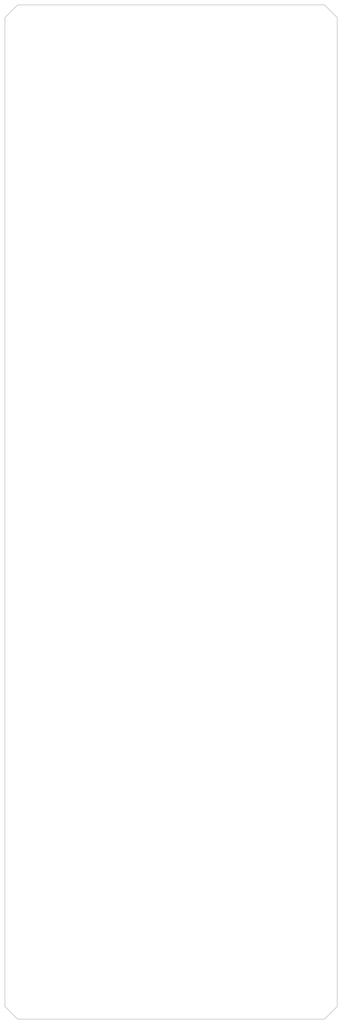
<source format=kicad_pcb>
(kicad_pcb (version 20211014) (generator pcbnew)

  (general
    (thickness 1.6062)
  )

  (paper "A4")
  (layers
    (0 "F.Cu" signal)
    (1 "In1.Cu" signal)
    (2 "In2.Cu" signal)
    (31 "B.Cu" signal)
    (32 "B.Adhes" user "B.Adhesive")
    (33 "F.Adhes" user "F.Adhesive")
    (34 "B.Paste" user)
    (35 "F.Paste" user)
    (36 "B.SilkS" user "B.Silkscreen")
    (37 "F.SilkS" user "F.Silkscreen")
    (38 "B.Mask" user)
    (39 "F.Mask" user)
    (40 "Dwgs.User" user "User.Drawings")
    (41 "Cmts.User" user "User.Comments")
    (42 "Eco1.User" user "User.Eco1")
    (43 "Eco2.User" user "User.Eco2")
    (44 "Edge.Cuts" user)
    (45 "Margin" user)
    (46 "B.CrtYd" user "B.Courtyard")
    (47 "F.CrtYd" user "F.Courtyard")
    (48 "B.Fab" user)
    (49 "F.Fab" user)
    (50 "User.1" user)
    (51 "User.2" user)
    (52 "User.3" user)
    (53 "User.4" user)
    (54 "User.5" user)
    (55 "User.6" user)
    (56 "User.7" user)
    (57 "User.8" user)
    (58 "User.9" user)
  )

  (setup
    (stackup
      (layer "F.SilkS" (type "Top Silk Screen") (color "White"))
      (layer "F.Paste" (type "Top Solder Paste"))
      (layer "F.Mask" (type "Top Solder Mask") (color "Black") (thickness 0.01))
      (layer "F.Cu" (type "copper") (thickness 0.035))
      (layer "dielectric 1" (type "prepreg") (thickness 0.2104) (material "FR4") (epsilon_r 4.5) (loss_tangent 0.02))
      (layer "In1.Cu" (type "copper") (thickness 0.0152))
      (layer "dielectric 2" (type "core") (thickness 1.065) (material "FR4") (epsilon_r 4.5) (loss_tangent 0.02))
      (layer "In2.Cu" (type "copper") (thickness 0.0152))
      (layer "dielectric 3" (type "prepreg") (thickness 0.2104) (material "FR4") (epsilon_r 4.5) (loss_tangent 0.02))
      (layer "B.Cu" (type "copper") (thickness 0.035))
      (layer "B.Mask" (type "Bottom Solder Mask") (color "Black") (thickness 0.01))
      (layer "B.Paste" (type "Bottom Solder Paste"))
      (layer "B.SilkS" (type "Bottom Silk Screen") (color "White"))
      (copper_finish "None")
      (dielectric_constraints no)
    )
    (pad_to_mask_clearance 0)
    (aux_axis_origin 126 51)
    (grid_origin 146 71)
    (pcbplotparams
      (layerselection 0x00010fc_ffffffff)
      (disableapertmacros false)
      (usegerberextensions false)
      (usegerberattributes true)
      (usegerberadvancedattributes true)
      (creategerberjobfile true)
      (svguseinch false)
      (svgprecision 6)
      (excludeedgelayer true)
      (plotframeref false)
      (viasonmask false)
      (mode 1)
      (useauxorigin false)
      (hpglpennumber 1)
      (hpglpenspeed 20)
      (hpglpendiameter 15.000000)
      (dxfpolygonmode true)
      (dxfimperialunits true)
      (dxfusepcbnewfont true)
      (psnegative false)
      (psa4output false)
      (plotreference true)
      (plotvalue true)
      (plotinvisibletext false)
      (sketchpadsonfab false)
      (subtractmaskfromsilk false)
      (outputformat 1)
      (mirror false)
      (drillshape 1)
      (scaleselection 1)
      (outputdirectory "")
    )
  )

  (net 0 "")

  (gr_poly
    (pts
      (xy 165.5 53)
      (xy 165.5 169)
      (xy 164 170.5)
      (xy 128 170.5)
      (xy 126.5 169)
      (xy 126.5 53)
      (xy 128 51.5)
      (xy 164 51.5)
    ) (layer "Edge.Cuts") (width 0.1) (fill none) (tstamp ae85af8d-0385-40e0-a15e-890a063431b3))
  (gr_circle (center 133.3 63.38) (end 133.3 62.11) (layer "User.1") (width 0.15) (fill none) (tstamp 002d9934-c8f6-4e33-bbc3-e9234f6189f4))
  (gr_circle (center 148.54 98.3) (end 149.81 98.3) (layer "User.1") (width 0.15) (fill none) (tstamp 01fcb317-5b01-4c40-9ebd-bfa753a1aaf7))
  (gr_circle (center 158.7 76.08) (end 158.7 74.81) (layer "User.1") (width 0.15) (fill none) (tstamp 023e83de-af62-4d05-a9a3-fa97a16d3291))
  (gr_circle (center 133.3 81.16) (end 133.3 79.89) (layer "User.1") (width 0.15) (fill none) (tstamp 028b0f3f-9b95-415f-9806-a2012f466759))
  (gr_circle (center 151.08 83.7) (end 152.35 83.7) (layer "User.1") (width 0.15) (fill none) (tstamp 04d8c0b9-fd28-4312-95c2-58e88c5ac9b0))
  (gr_circle (center 153.62 58.3) (end 154.89 58.3) (layer "User.1") (width 0.15) (fill none) (tstamp 076857b1-b885-4a0b-8db3-60dcff1d111c))
  (gr_rect (start 157.43 82.43) (end 159.97 59.57) (layer "User.1") (width 0.15) (fill none) (tstamp 07b1ed44-9a28-4334-8e8d-8bd4b53f5e8d))
  (gr_circle (center 146 58.3) (end 147.27 58.3) (layer "User.1") (width 0.15) (fill none) (tstamp 0a318eb1-a61a-42cf-b009-c5111886aae9))
  (gr_circle (center 151.08 138.3) (end 152.35 138.3) (layer "User.1") (width 0.15) (fill none) (tstamp 0b26210c-10da-49b0-b6ba-0deaa3ac969a))
  (gr_circle (center 146 98.3) (end 147.27 98.3) (layer "User.1") (width 0.15) (fill none) (tstamp 0e1b9992-1991-4200-b852-e6c142c03c22))
  (gr_circle (center 158.7 68.46) (end 158.7 67.19) (layer "User.1") (width 0.15) (fill none) (tstamp 0f080dfc-c990-4358-9955-cc56dfa127d9))
  (gr_circle (center 158.7 78.62) (end 158.7 77.35) (layer "User.1") (width 0.15) (fill none) (tstamp 0fa87829-a054-48e5-9f01-293522c3a902))
  (gr_circle (center 146 83.7) (end 147.27 83.7) (layer "User.1") (width 0.15) (fill none) (tstamp 149e3321-4867-4c96-932a-aa4b94134f02))
  (gr_circle (center 133.3 113.54) (end 133.3 112.27) (layer "User.1") (width 0.15) (fill none) (tstamp 1927e8f7-d5b7-4775-a413-4feba3d32daf))
  (gr_circle (center 133.3 158.62) (end 133.3 157.35) (layer "User.1") (width 0.15) (fill none) (tstamp 1a7032c8-efcb-4cc6-b884-c5aec6b45a52))
  (gr_circle (center 158.7 65.92) (end 158.7 64.65) (layer "User.1") (width 0.15) (fill none) (tstamp 1cce4635-2dc7-4081-841c-9950002cf8f4))
  (gr_circle (center 158.7 158.62) (end 158.7 157.35) (layer "User.1") (width 0.15) (fill none) (tstamp 1d3156e4-6f93-4e48-99ab-baf95c0cd233))
  (gr_circle (center 158.7 140.84) (end 158.7 139.57) (layer "User.1") (width 0.15) (fill none) (tstamp 1df3532c-2a29-489b-a2b8-fe6517737b2a))
  (gr_circle (center 138.38 83.7) (end 139.65 83.7) (layer "User.1") (width 0.15) (fill none) (tstamp 2078dde6-d398-4942-9624-11a7540c015e))
  (gr_circle (center 133.3 145.92) (end 133.3 144.65) (layer "User.1") (width 0.15) (fill none) (tstamp 222fa9f9-d1ff-460e-8d72-35ebeeebc3ff))
  (gr_circle (center 158.7 145.92) (end 158.7 144.65) (layer "User.1") (width 0.15) (fill none) (tstamp 24531c32-f560-44b7-bd2b-854a91c5035c))
  (gr_circle (center 158.7 81.16) (end 158.7 79.89) (layer "User.1") (width 0.15) (fill none) (tstamp 2876169e-b1c0-4fe0-9f2f-692cd4336b6b))
  (gr_circle (center 143.46 163.7) (end 144.73 163.7) (layer "User.1") (width 0.15) (fill none) (tstamp 2a6147c7-e0f7-4536-be2a-c47a3e468b6f))
  (gr_circle (center 133.3 156.08) (end 133.3 154.81) (layer "User.1") (width 0.15) (fill none) (tstamp 2cf0fd2f-c2f0-4df6-8a21-1d4c3bd97181))
  (gr_circle (center 151.08 163.7) (end 152.35 163.7) (layer "User.1") (width 0.15) (fill none) (tstamp 2d06fbf0-f12a-4875-888b-5ed99314b6f7))
  (gr_circle (center 133.3 100.84) (end 133.3 99.57) (layer "User.1") (width 0.15) (fill none) (tstamp 2df14e6f-70d3-4aef-8c36-73427fa48a03))
  (gr_circle (center 140.92 98.3) (end 142.19 98.3) (layer "User.1") (width 0.15) (fill none) (tstamp 2ed0a638-b1fc-442a-aaf4-ccaa308a28d4))
  (gr_circle (center 158.7 108.46) (end 158.7 107.19) (layer "User.1") (width 0.15) (fill none) (tstamp 305def08-3718-4934-bdea-2038a6f4d415))
  (gr_circle (center 153.62 98.3) (end 154.89 98.3) (layer "User.1") (width 0.15) (fill none) (tstamp 32d30690-6893-40b2-9065-b5ac7ae21573))
  (gr_circle (center 133.3 111) (end 133.3 109.73) (layer "User.1") (width 0.15) (fill none) (tstamp 335b0821-c55f-4d51-a346-de4e407fe1e0))
  (gr_circle (center 133.3 121.16) (end 133.3 119.89) (layer "User.1") (width 0.15) (fill none) (tstamp 35c43ec2-23e1-4e3d-ae42-35cdfeaf0349))
  (gr_circle (center 133.3 153.54) (end 133.3 152.27) (layer "User.1") (width 0.15) (fill none) (tstamp 373878bb-cb17-46d0-b95b-91db6f685a7c))
  (gr_circle (center 133.3 148.46) (end 133.3 147.19) (layer "User.1") (width 0.15) (fill none) (tstamp 38ab934b-0b25-4f1b-bfe3-be9a83c0dd38))
  (gr_circle (center 143.46 123.7) (end 144.73 123.7) (layer "User.1") (width 0.15) (fill none) (tstamp 3af6794c-0cc6-48ea-a3ae-101a67eeba25))
  (gr_circle (center 158.7 151) (end 158.7 149.73) (layer "User.1") (width 0.15) (fill none) (tstamp 435f1686-7205-4c85-9717-b12fe84c3fa1))
  (gr_circle (center 135.84 58.3) (end 137.11 58.3) (layer "User.1") (width 0.15) (fill none) (tstamp 44fa9f65-2477-41eb-bd00-685a78d765d1))
  (gr_circle (center 158.7 100.84) (end 158.7 99.57) (layer "User.1") (width 0.15) (fill none) (tstamp 4a01c662-0113-4f4f-8980-e377a16c15fb))
  (gr_circle (center 148.54 123.7) (end 149.81 123.7) (layer "User.1") (width 0.15) (fill none) (tstamp 4a26ddf4-8c2b-4182-9cd8-b1f5a342eb45))
  (gr_circle (center 158.7 121.16) (end 158.7 119.89) (layer "User.1") (width 0.15) (fill none) (tstamp 4a772c62-4492-48e1-9224-86d186687b87))
  (gr_circle (center 158.7 71) (end 158.7 69.73) (layer "User.1") (width 0.15) (fill none) (tstamp 4bbf8134-0015-49ac-9a22-521d8c5dcfe2))
  (gr_circle (center 148.54 138.3) (end 149.81 138.3) (layer "User.1") (width 0.15) (fill none) (tstamp 4f7e8f11-fb88-4063-880e-7db9250baeec))
  (gr_rect (start 134.57 162.43) (end 157.43 164.97) (layer "User.1") (width 0.15) (fill none) (tstamp 4f8f5f58-5aa1-4473-b7de-7ee0fa916aa1))
  (gr_circle (center 158.7 161.16) (end 158.7 159.89) (layer "User.1") (width 0.15) (fill none) (tstamp 504eb16d-9d6a-4114-9cf5-bf15aebcdfce))
  (gr_circle (center 138.38 163.7) (end 139.65 163.7) (layer "User.1") (width 0.15) (fill none) (tstamp 5064c975-dc57-4ebe-8f55-df218a22dbc8))
  (gr_circle (center 146 123.7) (end 147.27 123.7) (layer "User.1") (width 0.15) (fill none) (tstamp 52dff273-b57c-4bd9-b7ea-91e8609c6fd0))
  (gr_circle (center 158.7 63.38) (end 158.7 62.11) (layer "User.1") (width 0.15) (fill none) (tstamp 5badb200-b537-4b1f-bcd7-e268c39a42cb))
  (gr_circle (center 135.84 123.7) (end 137.11 123.7) (layer "User.1") (width 0.15) (fill none) (tstamp 5c0936bd-5304-427b-ba2f-dec9faded64c))
  (gr_circle (center 133.3 65.92) (end 133.3 64.65) (layer "User.1") (width 0.15) (fill none) (tstamp 5ece3abc-14df-4e17-aea3-74d7874b2172))
  (gr_circle (center 133.3 140.84) (end 133.3 139.57) (layer "User.1") (width 0.15) (fill none) (tstamp 6050dfcc-2122-4a07-baaa-2bba2f6b8306))
  (gr_circle (center 158.7 156.08) (end 158.7 154.81) (layer "User.1") (width 0.15) (fill none) (tstamp 649bcce4-c03b-4967-9ac1-d71d06e905a0))
  (gr_circle (center 148.54 83.7) (end 149.81 83.7) (layer "User.1") (width 0.15) (fill none) (tstamp 68da07ad-f184-46b8-81b5-0ab2e762cfa2))
  (gr_circle (center 140.92 58.3) (end 142.19 58.3) (layer "User.1") (width 0.15) (fill none) (tstamp 6affb22c-39ed-426b-b47f-6b5673049261))
  (gr_circle (center 133.3 76.08) (end 133.3 74.81) (layer "User.1") (width 0.15) (fill none) (tstamp 6cbe0dbf-de1b-4f78-a3bd-0e61028b2bd0))
  (gr_circle (center 133.3 108.46) (end 133.3 107.19) (layer "User.1") (width 0.15) (fill none) (tstamp 6cf199cf-d473-45e7-b5d9-64c9b6532f2f))
  (gr_circle (center 133.3 73.54) (end 133.3 72.27) (layer "User.1") (width 0.15) (fill none) (tstamp 7535a7f5-e263-48a8-9037-6f2fa1d8af9c))
  (gr_rect (start 134.57 97.03) (end 157.43 99.57) (layer "User.1") (width 0.15) (fill none) (tstamp 76c02e84-b8dd-469d-9edb-7f90ce60c5b2))
  (gr_circle (center 158.7 60.84) (end 158.7 59.57) (layer "User.1") (width 0.15) (fill none) (tstamp 7935eebc-b9ea-4d3b-8779-d785a97d723c))
  (gr_rect (start 134.57 57.03) (end 157.43 59.57) (layer "User.1") (width 0.15) (fill none) (tstamp 7cb26442-f4ad-44e3-9b68-d4cce9e4f608))
  (gr_circle (center 156.16 138.3) (end 157.43 138.3) (layer "User.1") (width 0.15) (fill none) (tstamp 7d3354c9-8c50-404c-ad26-63b19d699d54))
  (gr_circle (center 140.92 138.3) (end 142.19 138.3) (layer "User.1") (width 0.15) (fill none) (tstamp 7d8e08fc-123a-4e97-b83c-5e7a1b696f8c))
  (gr_circle (center 138.38 138.3) (end 139.65 138.3) (layer "User.1") (width 0.15) (fill none) (tstamp 7dd67131-d3bf-4832-a74b-1411e7473fac))
  (gr_circle (center 158.7 118.62) (end 158.7 117.35) (layer "User.1") (width 0.15) (fill none) (tstamp 7f65594f-35da-4ef5-a019-4ea62e590dbd))
  (gr_circle (center 133.3 151) (end 133.3 149.73) (layer "User.1") (width 0.15) (fill none) (tstamp 803ce9d1-2df5-4eb8-be23-89d642af0855))
  (gr_circle (center 133.3 103.38) (end 133.3 102.11) (layer "User.1") (width 0.15) (fill none) (tstamp 805eb3c2-752b-4d66-a23a-d6a673bb8ab8))
  (gr_circle (center 133.3 105.92) (end 133.3 104.65) (layer "User.1") (width 0.15) (fill none) (tstamp 81870592-36cb-4aaf-9b86-33dd4ec4c312))
  (gr_circle (center 158.7 148.46) (end 158.7 147.19) (layer "User.1") (width 0.15) (fill none) (tstamp 81d06890-c3d1-4234-94b6-6f9f49540b9e))
  (gr_circle (center 158.7 143.38) (end 158.7 142.11) (layer "User.1") (width 0.15) (fill none) (tstamp 8f063730-f4a8-4c7a-ace8-04b319e15b0b))
  (gr_rect (start 132.03 162.43) (end 134.57 139.57) (layer "User.1") (width 0.15) (fill none) (tstamp 8f9c6c51-37f9-4b5e-a899-3b62bd2f759f))
  (gr_rect (start 134.57 137.03) (end 157.43 139.57) (layer "User.1") (width 0.15) (fill none) (tstamp 92664f74-a286-4ae9-ac8d-4a5a073d4af4))
  (gr_circle (center 133.3 143.38) (end 133.3 142.11) (layer "User.1") (width 0.15) (fill none) (tstamp 956632ec-efd4-4de8-ba2e-abad2c31f7d1))
  (gr_circle (center 138.38 98.3) (end 139.65 98.3) (layer "User.1") (width 0.15) (fill none) (tstamp 9aaba86e-ce29-49d9-900e-3e9630e4e7d9))
  (gr_circle (center 156.16 83.7) (end 157.43 83.7) (layer "User.1") (width 0.15) (fill none) (tstamp 9be582bc-40ea-4803-bfa0-585998db1641))
  (gr_circle (center 135.84 138.3) (end 137.11 138.3) (layer "User.1") (width 0.15) (fill none) (tstamp 9ddefcdb-e23b-4f2c-8c16-c70394d9a604))
  (gr_circle (center 156.16 58.3) (end 157.43 58.3) (layer "User.1") (width 0.15) (fill none) (tstamp 9e8812a0-35e6-4a8e-8963-f33111361433))
  (gr_rect (start 157.43 122.43) (end 159.97 99.57) (layer "User.1") (width 0.15) (fill none) (tstamp a489e066-ff42-4f36-8422-e95dcfe2bad0))
  (gr_circle (center 158.7 73.54) (end 158.7 72.27) (layer "User.1") (width 0.15) (fill none) (tstamp a873b4ec-14ed-4f61-bb24-0bdc2f47ccc2))
  (gr_circle (center 135.84 163.7) (end 137.11 163.7) (layer "User.1") (width 0.15) (fill none) (tstamp aae7186f-7f02-4b7b-983f-dcb1bda69523))
  (gr_circle (center 140.92 163.7) (end 142.19 163.7) (layer "User.1") (width 0.15) (fill none) (tstamp b11f1ccb-1c76-4206-a464-a157e27d51aa))
  (gr_circle (center 140.92 123.7) (end 142.19 123.7) (layer "User.1") (width 0.15) (fill none) (tstamp b2e7d780-c72c-434f-a7a3-a549cc9b6ea2))
  (gr_circle (center 146 138.3) (end 147.27 138.3) (layer "User.1") (width 0.15) (fill none) (tstamp b4ef57d6-2281-4224-94e3-15f23f1d70ab))
  (gr_circle (center 151.08 123.7) (end 152.35 123.7) (layer "User.1") (width 0.15) (fill none) (tstamp ba51a0be-73db-4237-b3a0-2c55e01d994a))
  (gr_circle (center 133.3 68.46) (end 133.3 67.19) (layer "User.1") (width 0.15) (fill none) (tstamp bd0209be-e7ea-42a5-96b3-d808e4806df1))
  (gr_circle (center 135.84 98.3) (end 137.11 98.3) (layer "User.1") (width 0.15) (fill none) (tstamp bf8ee4a5-66a4-4af5-8c91-c97d383c1888))
  (gr_rect (start 132.03 82.43) (end 134.57 59.57) (layer "User.1") (width 0.15) (fill none) (tstamp c24d159b-5367-47b4-8355-4e8aa4aff730))
  (gr_circle (center 158.7 103.38) (end 158.7 102.11) (layer "User.1") (width 0.15) (fill none) (tstamp c63701e2-87c9-458c-bb0c-6abf22525995))
  (gr_circle (center 156.16 98.3) (end 157.43 98.3) (layer "User.1") (width 0.15) (fill none) (tstamp c72e3dd2-8443-4ba4-99fb-17cad6b0ff97))
  (gr_circle (center 133.3 71) (end 133.3 69.73) (layer "User.1") (width 0.15) (fill none) (tstamp c8472d16-18c1-4c53-a380-ba42c968dc4f))
  (gr_circle (center 158.7 116.08) (end 158.7 114.81) (layer "User.1") (width 0.15) (fill none) (tstamp cbca6088-799b-48bf-b298-cb70ef89203e))
  (gr_circle (center 140.92 83.7) (end 142.19 83.7) (layer "User.1") (width 0.15) (fill none) (tstamp cd7e8386-9233-4658-8804-b9f559c92d3a))
  (gr_circle (center 146 163.7) (end 147.27 163.7) (layer "User.1") (width 0.15) (fill none) (tstamp ce721b1c-54f4-4a82-b48d-a900f380d974))
  (gr_rect (start 134.57 82.43) (end 157.43 84.97) (layer "User.1") (width 0.15) (fill none) (tstamp cfdd9c0d-cd37-439a-909d-b8a2edd51242))
  (gr_circle (center 133.3 78.62) (end 133.3 77.35) (layer "User.1") (width 0.15) (fill none) (tstamp d05f3ed3-02e5-403a-b38e-46d4cc9c20c5))
  (gr_circle (center 143.46 138.3) (end 144.73 138.3) (layer "User.1") (width 0.15) (fill none) (tstamp d24ff043-407b-42c8-8296-3fca8d5f0f35))
  (gr_circle (center 156.16 123.7) (end 157.43 123.7) (layer "User.1") (width 0.15) (fill none) (tstamp d7593d5d-08e8-4843-b8be-95911e33988b))
  (gr_rect (start 134.57 122.43) (end 157.43 124.97) (layer "User.1") (width 0.15) (fill none) (tstamp d7950417-61bb-40bc-9166-f10117d3e63a))
  (gr_circle (center 133.3 161.16) (end 133.3 159.89) (layer "User.1") (width 0.15) (fill none) (tstamp d7ef6afe-84c2-412d-add9-2c79805a05d9))
  (gr_circle (center 151.08 58.3) (end 152.35 58.3) (layer "User.1") (width 0.15) (fill none) (tstamp d9a6595b-93c6-4120-9036-60ddaba5e740))
  (gr_circle (center 143.46 83.7) (end 144.73 83.7) (layer "User.1") (width 0.15) (fill none) (tstamp da0b77f4-2fe0-45a0-972c-c860bad039b8))
  (gr_circle (center 158.7 105.92) (end 158.7 104.65) (layer "User.1") (width 0.15) (fill none) (tstamp da11a8dd-4697-4add-9db9-dafc4c1da2c7))
  (gr_circle (center 133.3 118.62) (end 133.3 117.35) (layer "User.1") (width 0.15) (fill none) (tstamp dd90c149-9fd7-4c65-bf96-7fe431837f3e))
  (gr_circle (center 158.7 111) (end 158.7 109.73) (layer "User.1") (width 0.15) (fill none) (tstamp df259311-2c0c-451f-98ad-4784b244c7f0))
  (gr_circle (center 158.7 113.54) (end 158.7 112.27) (layer "User.1") (width 0.15) (fill none) (tstamp e2015bc5-1655-4c83-86a1-7f11661bbfe7))
  (gr_circle (center 133.3 60.84) (end 133.3 59.57) (layer "User.1") (width 0.15) (fill none) (tstamp e415ddc3-c0dc-4555-9b92-4db24d3eff2a))
  (gr_circle (center 133.3 116.08) (end 133.3 114.81) (layer "User.1") (width 0.15) (fill none) (tstamp e53a7e4c-4be8-4f2a-951b-d0aabd0d66d0))
  (gr_circle (center 153.62 138.3) (end 154.89 138.3) (layer "User.1") (width 0.15) (fill none) (tstamp e845a7c5-6f65-4671-846d-603445aec4be))
  (gr_circle (center 143.46 58.3) (end 144.73 58.3) (layer "User.1") (width 0.15) (fill none) (tstamp e88a8610-76d0-4116-8deb-41226f89eed9))
  (gr_circle (center 138.38 58.3) (end 139.65 58.3) (layer "User.1") (width 0.15) (fill none) (tstamp ea411cba-c717-419a-b472-28a0a978c8f5))
  (gr_circle (center 148.54 58.3) (end 149.81 58.3) (layer "User.1") (width 0.15) (fill none) (tstamp ee2f96be-c55e-4f5c-bf83-f64f42267ff8))
  (gr_circle (center 138.38 123.7) (end 139.65 123.7) (layer "User.1") (width 0.15) (fill none) (tstamp f0f5cb0d-6ca6-464a-8e2a-b8b6d92990a4))
  (gr_circle (center 156.16 163.7) (end 157.43 163.7) (layer "User.1") (width 0.15) (fill none) (tstamp f1478a82-a6e4-4651-89d7-246e365420c5))
  (gr_circle (center 135.84 83.7) (end 137.11 83.7) (layer "User.1") (width 0.15) (fill none) (tstamp f26cffa6-7cc2-4003-abc4-95d98abc5125))
  (gr_circle (center 143.46 98.3) (end 144.73 98.3) (layer "User.1") (width 0.15) (fill none) (tstamp f4a80ebb-1fe2-45f5-bc62-54113f6a059d))
  (gr_circle (center 153.62 83.7) (end 154.89 83.7) (layer "User.1") (width 0.15) (fill none) (tstamp f8065909-de93-43f0-8e29-9be17bb14eaf))
  (gr_rect (start 132.03 122.43) (end 134.57 99.57) (layer "User.1") (width 0.15) (fill none) (tstamp f8565309-92b7-42c9-bba0-2b83730e0c4a))
  (gr_circle (center 153.62 123.7) (end 154.89 123.7) (layer "User.1") (width 0.15) (fill none) (tstamp f9815c9f-4cd8-4763-ae6d-c78e11b9f26f))
  (gr_circle (center 158.7 153.54) (end 158.7 152.27) (layer "User.1") (width 0.15) (fill none) (tstamp f9b9d399-3212-47fe-baea-916b073f3d81))
  (gr_circle (center 153.62 163.7) (end 154.89 163.7) (layer "User.1") (width 0.15) (fill none) (tstamp fb6f165c-19dd-4002-b8ef-f26ccdee0a57))
  (gr_circle (center 151.08 98.3) (end 152.35 98.3) (layer "User.1") (width 0.15) (fill none) (tstamp fb881089-e0ea-4396-a05a-bc7c0bfa2967))
  (gr_rect (start 157.43 162.43) (end 159.97 139.57) (layer "User.1") (width 0.15) (fill none) (tstamp fcd401e8-1fc9-448d-aef7-3755da48b370))
  (gr_circle (center 148.54 163.7) (end 149.81 163.7) (layer "User.1") (width 0.15) (fill none) (tstamp fd3b6fb4-1de0-48ab-b659-f11b924c07e7))
  (gr_rect (start 126 51) (end 166 91) (layer "User.8") (width 0.15) (fill none) (tstamp 1c83bd42-0034-452f-984c-359e4b56b0ac))
  (gr_rect (start 126 131) (end 166 171) (layer "User.8") (width 0.15) (fill none) (tstamp bfacbf38-1cc2-43c4-aa33-98699178426f))
  (gr_rect (start 126 91) (end 166 131) (layer "User.8") (width 0.15) (fill none) (tstamp f8a9e49a-790d-45d6-9c74-7af5034f9820))
  (gr_text "SCL" (at 148.54 55.061428 270) (layer "User.1") (tstamp 00d84f7f-e019-43ee-a6f7-42af0584c70b)
    (effects (font (size 1.5 1) (thickness 0.2)))
  )
  (gr_text "GPIO" (at 162.608096 116.08) (layer "User.1") (tstamp 0488f17a-9f71-42b7-84ac-071d2e447056)
    (effects (font (size 1.5 1) (thickness 0.2)))
  )
  (gr_text "SCLK" (at 153.62 127.867143 90) (layer "User.1") (tstamp 059420cc-832b-4608-ae49-2d1f763488bf)
    (effects (font (size 1.5 1) (thickness 0.2)))
  )
  (gr_text "GND" (at 162.37 140.84) (layer "User.1") (tstamp 069eb022-4859-4ea9-99e2-33b43b84c969)
    (effects (font (size 1.5 1) (thickness 0.2)))
  )
  (gr_text "MISO" (at 151.08 127.795714 90) (layer "User.1") (tstamp 073898a4-604c-47a4-bda4-3fefbcbfd20d)
    (effects (font (size 1.5 1) (thickness 0.2)))
  )
  (gr_text "GND" (at 129.251905 121.16) (layer "User.1") (tstamp 078b8533-d5e2-46a1-8b9f-3a28a362eccb)
    (effects (font (size 1.5 1) (thickness 0.2)))
  )
  (gr_text "GND" (at 153.62 134.918571 270) (layer "User.1") (tstamp 0be7726c-32cd-4249-ab25-23a08146b06a)
    (effects (font (size 1.5 1) (thickness 0.2)))
  )
  (gr_text "SCLK" (at 128.894762 118.62) (layer "User.1") (tstamp 0eba5675-caef-44dc-a093-c949f3f50333)
    (effects (font (size 1.5 1) (thickness 0.2)))
  )
  (gr_text "GPIO" (at 151.08 134.680476 270) (layer "User.1") (tstamp 10272d79-c654-4f5c-a810-76b5d458b2ff)
    (effects (font (size 1.5 1) (thickness 0.2)))
  )
  (gr_text "SCL" (at 129.394762 68.46) (layer "User.1") (tstamp 12290910-e1c4-4f12-a089-9b99be24c1fc)
    (effects (font (size 1.5 1) (thickness 0.2)))
  )
  (gr_text "MISO" (at 151.08 87.795714 90) (layer "User.1") (tstamp 14eb863b-9320-40b7-bcfb-2820753e6985)
    (effects (font (size 1.5 1) (thickness 0.2)))
  )
  (gr_text "SCL" (at 162.227143 113.54) (layer "User.1") (tstamp 15a37a6b-edc7-47c8-a85a-99252a972345)
    (effects (font (size 1.5 1) (thickness 0.2)))
  )
  (gr_text "GPIO" (at 140.92 87.748095 90) (layer "User.1") (tstamp 17d5c74d-93f8-4091-b7ac-e6caff4897b2)
    (effects (font (size 1.5 1) (thickness 0.2)))
  )
  (gr_text "GND" (at 156.16 167.51 90) (layer "User.1") (tstamp 181e1c6d-c5f0-4098-ae4d-3d83e76acf8b)
    (effects (font (size 1.5 1) (thickness 0.2)))
  )
  (gr_text "SDA" (at 146 55.037619 270) (layer "User.1") (tstamp 1e5a9261-1a2d-468e-87ac-6aadc251e151)
    (effects (font (size 1.5 1) (thickness 0.2)))
  )
  (gr_text "Vcc" (at 162.131905 81.16) (layer "User.1") (tstamp 1e8f8ce2-b17c-4b64-8fa7-6f1492c0551e)
    (effects (font (size 1.5 1) (thickness 0.2)))
  )
  (gr_text "SDA" (at 129.370953 71) (layer "User.1") (tstamp 23b8c23a-2853-40c3-a53a-30fd914fa018)
    (effects (font (size 1.5 1) (thickness 0.2)))
  )
  (gr_text "MISO" (at 128.966191 76.08) (layer "User.1") (tstamp 24485594-06f1-4f4f-813a-edf2c9ea9d9c)
    (effects (font (size 1.5 1) (thickness 0.2)))
  )
  (gr_text "SDA" (at 129.370953 111) (layer "User.1") (tstamp 257c4405-1b09-49f7-8223-d776d3dd946e)
    (effects (font (size 1.5 1) (thickness 0.2)))
  )
  (gr_text "GND" (at 129.251905 103.38) (layer "User.1") (tstamp 29f4f5f4-6aa1-472f-989b-3a6c5069a091)
    (effects (font (size 1.5 1) (thickness 0.2)))
  )
  (gr_text "MOSI" (at 143.46 94.632857 270) (layer "User.1") (tstamp 2a59d2c2-e329-406c-9c9f-77bf15bfb52d)
    (effects (font (size 1.5 1) (thickness 0.2)))
  )
  (gr_text "SDA" (at 162.250953 71) (layer "User.1") (tstamp 2bfbe799-3f9f-4879-91b2-b68af38a849c)
    (effects (font (size 1.5 1) (thickness 0.2)))
  )
  (gr_text "GND" (at 153.62 54.918571 270) (layer "User.1") (tstamp 398c083a-543b-4a7e-af36-8162e3176b7a)
    (effects (font (size 1.5 1) (thickness 0.2)))
  )
  (gr_text "Vcc" (at 129.49 140.84) (layer "User.1") (tstamp 41aa5024-5369-413c-8d01-ba828322f650)
    (effects (font (size 1.5 1) (thickness 0.2)))
  )
  (gr_text "GND" (at 135.84 94.918571 270) (layer "User.1") (tstamp 41cbd27f-9ac7-4c59-832f-ab715ab6ce3b)
    (effects (font (size 1.5 1) (thickness 0.2)))
  )
  (gr_text "SCLK" (at 162.727143 103.38) (layer "User.1") (tstamp 420959d5-42b8-4e14-abdc-9508179d739d)
    (effects (font (size 1.5 1) (thickness 0.2)))
  )
  (gr_text "Vcc" (at 135.84 167.271905 90) (layer "User.1") (tstamp 48858737-c9ae-486d-aa98-ff79b065ad05)
    (effects (font (size 1.5 1) (thickness 0.2)))
  )
  (gr_text "SDA" (at 146 167.390952 90) (layer "User.1") (tstamp 4ede6937-e3a5-40f9-bfeb-c8734c364396)
    (effects (font (size 1.5 1) (thickness 0.2)))
  )
  (gr_text "MISO" (at 162.655715 145.92) (layer "User.1") (tstamp 51d23038-d078-4035-b89f-267fd12bfcb5)
    (effects (font (size 1.5 1) (thickness 0.2)))
  )
  (gr_text "GND" (at 162.37 158.62) (layer "User.1") (tstamp 52adcd31-0c5f-4460-a2df-b21c02142d48)
    (effects (font (size 1.5 1) (thickness 0.2)))
  )
  (gr_text "MOSI" (at 143.46 54.632857 270) (layer "User.1") (tstamp 534a6fd7-2291-45d2-aedb-05a2b291fa9e)
    (effects (font (size 1.5 1) (thickness 0.2)))
  )
  (gr_text "SCL" (at 143.46 167.367143 90) (layer "User.1") (tstamp 55865886-bf76-4f26-9b31-33ae7944b22e)
    (effects (font (size 1.5 1) (thickness 0.2)))
  )
  (gr_text "GPIO" (at 151.08 94.680476 270) (layer "User.1") (tstamp 55cd033f-574b-4f0f-8f05-9a8fe3c9274d)
    (effects (font (size 1.5 1) (thickness 0.2)))
  )
  (gr_text "MOSI" (at 148.54 127.795714 90) (layer "User.1") (tstamp 57132f99-633a-4692-9c67-097a50849230)
    (effects (font (size 1.5 1) (thickness 0.2)))
  )
  (gr_text "SCL" (at 148.54 95.061428 270) (layer "User.1") (tstamp 586896eb-9395-4d17-8349-a2975f9c5a0f)
    (effects (font (size 1.5 1) (thickness 0.2)))
  )
  (gr_text "GND" (at 156.16 87.51 90) (layer "User.1") (tstamp 5f9e0c87-7085-4be2-b4d2-fe0c138ddc54)
    (effects (font (size 1.5 1) (thickness 0.2)))
  )
  (gr_text "SCLK" (at 153.62 167.867143 90) (layer "User.1") (tstamp 60a6a863-84a5-40a3-83bf-241d5b73c4be)
    (effects (font (size 1.5 1) (thickness 0.2)))
  )
  (gr_text "Vcc" (at 156.16 95.156666 270) (layer "User.1") (tstamp 61711cae-3003-4871-bc56-22c2802d565e)
    (effects (font (size 1.5 1) (thickness 0.2)))
  )
  (gr_text "GND" (at 156.16 127.51 90) (layer "User.1") (tstamp 6258e0c5-ca11-44fb-ba63-5443f5ce7494)
    (effects (font (size 1.5 1) (thickness 0.2)))
  )
  (gr_text "Vcc" (at 129.49 60.84) (layer "User.1") (tstamp 633aafcb-e7f5-4f49-b90e-2af365a07e52)
    (effects (font (size 1.5 1) (thickness 0.2)))
  )
  (gr_text "SDA" (at 162.250953 111) (layer "User.1") (tstamp 6484d55c-8c00-4d34-aa99-5ada1d07c2b7)
    (effects (font (size 1.5 1) (thickness 0.2)))
  )
  (gr_text "GND" (at 162.37 78.62) (layer "User.1") (tstamp 64fc2e66-2059-4563-a207-07d8616ff941)
    (effects (font (size 1.5 1) (thickness 0.2)))
  )
  (gr_text "Vcc" (at 162.131905 121.16) (layer "User.1") (tstamp 66b8b575-abfb-4022-a38a-0ceed40a7c3e)
    (effects (font (size 1.5 1) (thickness 0.2)))
  )
  (gr_text "MOSI" (at 143.46 134.632857 270) (layer "User.1") (tstamp 67c08ac4-e20f-4ecf-984b-cca023b4008a)
    (effects (font (size 1.5 1) (thickness 0.2)))
  )
  (gr_text "SCLK" (at 162.727143 63.38) (layer "User.1") (tstamp 69bf5cfc-e633-4146-96ae-dfa77f9d20a4)
    (effects (font (size 1.5 1) (thickness 0.2)))
  )
  (gr_text "GND" (at 162.37 118.62) (layer "User.1") (tstamp 6a852d35-42bb-457e-b9c2-33e37be4a15e)
    (effects (font (size 1.5 1) (thickness 0.2)))
  )
  (gr_text "Vcc" (at 135.84 87.271905 90) (layer "User.1") (tstamp 6c608c13-3af0-4f88-b421-9eb1b57171f0)
    (effects (font (size 1.5 1) (thickness 0.2)))
  )
  (gr_text "GND" (at 153.62 94.918571 270) (layer "User.1") (tstamp 6d4868a0-a024-45dc-b8e9-4904bc18ecd7)
    (effects (font (size 1.5 1) (thickness 0.2)))
  )
  (gr_text "MOSI" (at 162.655715 108.46) (layer "User.1") (tstamp 740d015f-89fc-407a-af87-67f444c7f778)
    (effects (font (size 1.5 1) (thickness 0.2)))
  )
  (gr_text "SCLK" (at 138.38 134.561428 270) (layer "User.1") (tstamp 74747ab4-9e69-4480-b55d-caad63bffbd5)
    (effects (font (size 1.5 1) (thickness 0.2)))
  )
  (gr_text "MOSI" (at 162.655715 68.46) (layer "User.1") (tstamp 7647c44c-c873-41f1-8d0e-0d9f1c0ad5e7)
    (effects (font (size 1.5 1) (thickness 0.2)))
  )
  (gr_text "Vcc" (at 135.84 127.271905 90) (layer "User.1") (tstamp 79124dbe-1278-4509-abcf-fb220bd040d8)
    (effects (font (size 1.5 1) (thickness 0.2)))
  )
  (gr_text "SDA" (at 162.250953 151) (layer "User.1") (tstamp 7aba1966-3bdb-46f7-8484-f02dbe488d42)
    (effects (font (size 1.5 1) (thickness 0.2)))
  )
  (gr_text "GND" (at 129.251905 143.38) (layer "User.1") (tstamp 7bad90b6-ef39-4894-bc85-5784b1e5e240)
    (effects (font (size 1.5 1) (thickness 0.2)))
  )
  (gr_text "GND" (at 162.37 100.84) (layer "User.1") (tstamp 7ef59f46-9100-4fbf-bfc4-a85b02c4fc65)
    (effects (font (size 1.5 1) (thickness 0.2)))
  )
  (gr_text "SCL" (at 143.46 127.367143 90) (layer "User.1") (tstamp 809fd339-7a2c-4537-9ba0-4e7b4e64faa3)
    (effects (font (size 1.5 1) (thickness 0.2)))
  )
  (gr_text "GPIO" (at 151.08 54.680476 270) (layer "User.1") (tstamp 81b27742-cf6e-4d80-bc89-6e63b90fc87e)
    (effects (font (size 1.5 1) (thickness 0.2)))
  )
  (gr_text "MISO" (at 128.966191 116.08) (layer "User.1") (tstamp 84bdd4bb-52c7-4e24-a7cb-691eb3d689fe)
    (effects (font (size 1.5 1) (thickness 0.2)))
  )
  (gr_text "SCL" (at 129.394762 148.46) (layer "User.1") (tstamp 859e2872-6cfa-4264-8aa3-526830011def)
    (effects (font (size 1.5 1) (thickness 0.2)))
  )
  (gr_text "GPIO" (at 129.01381 65.92) (layer "User.1") (tstamp 8797612e-14ed-44eb-a090-2a8aad427753)
    (effects (font (size 1.5 1) (thickness 0.2)))
  )
  (gr_text "SDA" (at 146 95.037619 270) (layer "User.1") (tstamp 88c750df-a36f-458c-87df-bb76065a52da)
    (effects (font (size 1.5 1) (thickness 0.2)))
  )
  (gr_text "MISO" (at 140.92 94.632857 270) (layer "User.1") (tstamp 8b0ddb85-3432-4feb-acc7-14b7cae95f07)
    (effects (font (size 1.5 1) (thickness 0.2)))
  )
  (gr_text "GPIO" (at 140.92 127.748095 90) (layer "User.1") (tstamp 9397fc58-060b-4d8c-92c9-58862fcb6b0f)
    (effects (font (size 1.5 1) (thickness 0.2)))
  )
  (gr_text "MISO" (at 151.08 167.795714 90) (layer "User.1") (tstamp 95c935cc-edc6-4882-8802-e1321d7eb043)
    (effects (font (size 1.5 1) (thickness 0.2)))
  )
  (gr_text "SDA" (at 146 127.390952 90) (layer "User.1") (tstamp 9749baba-5b18-4672-afd9-157f0ba684fd)
    (effects (font (size 1.5 1) (thickness 0.2)))
  )
  (gr_text "GPIO" (at 129.01381 145.92) (layer "User.1") (tstamp 9dbf00fb-6b76-4b84-a5de-cc37eff5369b)
    (effects (font (size 1.5 1) (thickness 0.2)))
  )
  (gr_text "SCLK" (at 138.38 54.561428 270) (layer "User.1") (tstamp 9e192c3c-4868-46fd-95df-fe3024dab556)
    (effects (font (size 1.5 1) (thickness 0.2)))
  )
  (gr_text "GND" (at 138.38 167.51 90) (layer "User.1") (tstamp 9e6da2e5-69b4-4767-b680-49fcd1a48b01)
    (effects (font (size 1.5 1) (thickness 0.2)))
  )
  (gr_text "GPIO" (at 140.92 167.748095 90) (layer "User.1") (tstamp 9f4e4c87-d835-455f-ae79-9208c0620fce)
    (effects (font (size 1.5 1) (thickness 0.2)))
  )
  (gr_text "MOSI" (at 128.966191 113.54) (layer "User.1") (tstamp a1c305ad-69cc-4fa3-9c83-789879988b50)
    (effects (font (size 1.5 1) (thickness 0.2)))
  )
  (gr_text "Vcc" (at 162.131905 161.16) (layer "User.1") (tstamp a1e27810-faa7-46d3-b59a-67677e20c4eb)
    (effects (font (size 1.5 1) (thickness 0.2)))
  )
  (gr_text "GND" (at 135.84 54.918571 270) (layer "User.1") (tstamp a4e40831-f196-49bf-9cc1-2543da57796f)
    (effects (font (size 1.5 1) (thickness 0.2)))
  )
  (gr_text "SCLK" (at 162.727143 143.38) (layer "User.1") (tstamp a7291b11-9b31-4402-8270-cef56d3ee1b1)
    (effects (font (size 1.5 1) (thickness 0.2)))
  )
  (gr_text "GND" (at 162.37 60.84) (layer "User.1") (tstamp a81f4c46-d378-4466-83b6-4344c989b8aa)
    (effects (font (size 1.5 1) (thickness 0.2)))
  )
  (gr_text "GND" (at 129.251905 81.16) (layer "User.1") (tstamp aa344668-cce5-43ad-a8ee-d46a709d4349)
    (effects (font (size 1.5 1) (thickness 0.2)))
  )
  (gr_text "GPIO" (at 129.01381 105.92) (layer "User.1") (tstamp adde1c77-79d6-42b5-b69b-fde9c2c5e6ec)
    (effects (font (size 1.5 1) (thickness 0.2)))
  )
  (gr_text "MISO" (at 162.655715 65.92) (layer "User.1") (tstamp b116ab13-f13d-44e5-bfff-a98e71fb3005)
    (effects (font (size 1.5 1) (thickness 0.2)))
  )
  (gr_text "GND" (at 129.251905 161.16) (layer "User.1") (tstamp b2a72efe-81c1-467f-8601-08106a08e891)
    (effects (font (size 1.5 1) (thickness 0.2)))
  )
  (gr_text "SCLK" (at 128.894762 78.62) (layer "User.1") (tstamp b3781123-3187-48a3-85dc-d86e4def0d6a)
    (effects (font (size 1.5 1) (thickness 0.2)))
  )
  (gr_text "SDA" (at 146 135.037619 270) (layer "User.1") (tstamp b42fb4d0-d001-454c-95e3-a9c7cfcc9b99)
    (effects (font (size 1.5 1) (thickness 0.2)))
  )
  (gr_text "SCL" (at 143.46 87.367143 90) (layer "User.1") (tstamp ba7e4c01-b49f-4f75-81b0-e07a7dcbc254)
    (effects (font (size 1.5 1) (thickness 0.2)))
  )
  (gr_text "SCL" (at 162.227143 73.54) (layer "User.1") (tstamp be26a336-afa5-4bd0-a09c-4d49fd861063)
    (effects (font (size 1.5 1) (thickness 0.2)))
  )
  (gr_text "Vcc" (at 156.16 55.156666 270) (layer "User.1") (tstamp beb14b88-6059-4458-8fae-c6f945561b2e)
    (effects (font (size 1.5 1) (thickness 0.2)))
  )
  (gr_text "SCL" (at 162.227143 153.54) (layer "User.1") (tstamp bf6f8f89-312c-4f63-90ee-e88d4c5a7865)
    (effects (font (size 1.5 1) (thickness 0.2)))
  )
  (gr_text "SDA" (at 129.370953 151) (layer "User.1") (tstamp c440eaad-eca7-4f37-8b43-54f9171a5822)
    (effects (font (size 1.5 1) (thickness 0.2)))
  )
  (gr_text "SCL" (at 129.394762 108.46) (layer "User.1") (tstamp cd41dfd9-cb0e-4c98-8375-456aaa025df9)
    (effects (font (size 1.5 1) (thickness 0.2)))
  )
  (gr_text "MOSI" (at 128.966191 73.54) (layer "User.1") (tstamp d190d7a3-7bf5-42db-8c6f-15b2790a1189)
    (effects (font (size 1.5 1) (thickness 0.2)))
  )
  (gr_text "SCLK" (at 128.894762 158.62) (layer "User.1") (tstamp d1f91d29-2384-4bae-8d4c-1dba744c781e)
    (effects (font (size 1.5 1) (thickness 0.2)))
  )
  (gr_text "MOSI" (at 162.655715 148.46) (layer "User.1") (tstamp d553577d-6bc7-47b1-9e1e-e622b7fe862c)
    (effects (font (size 1.5 1) (thickness 0.2)))
  )
  (gr_text "GPIO" (at 162.608096 76.08) (layer "User.1") (tstamp d65786d8-a5ff-437f-a9de-ccf21d718cdd)
    (effects (font (size 1.5 1) (thickness 0.2)))
  )
  (gr_text "MISO" (at 128.966191 156.08) (layer "User.1") (tstamp da5d26e4-dfce-4d02-ac06-a7bb423a24bc)
    (effects (font (size 1.5 1) (thickness 0.2)))
  )
  (gr_text "MISO" (at 162.655715 105.92) (layer "User.1") (tstamp dcbb56ac-864c-4365-bd9e-249c417f9f71)
    (effects (font (size 1.5 1) (thickness 0.2)))
  )
  (gr_text "MISO" (at 140.92 54.632857 270) (layer "User.1") (tstamp dcd94cb2-89ab-4b48-ac77-4ae3c4ab9610)
    (effects (font (size 1.5 1) (thickness 0.2)))
  )
  (gr_text "Vcc" (at 129.49 100.84) (layer "User.1") (tstamp ded1b16c-fe73-4409-950d-2af2d14abdfb)
    (effects (font (size 1.5 1) (thickness 0.2)))
  )
  (gr_text "GPIO" (at 162.608096 156.08) (layer "User.1") (tstamp e563b3c3-82b1-441e-a71d-e33bd77483d6)
    (effects (font (size 1.5 1) (thickness 0.2)))
  )
  (gr_text "SCL" (at 148.54 135.061428 270) (layer "User.1") (tstamp e5af935d-0d4f-46a3-a448-43b14388d77c)
    (effects (font (size 1.5 1) (thickness 0.2)))
  )
  (gr_text "GND" (at 138.38 127.51 90) (layer "User.1") (tstamp e957c673-ce28-4dca-9b61-9a56bc824e20)
    (effects (font (size 1.5 1) (thickness 0.2)))
  )
  (gr_text "SDA" (at 146 87.390952 90) (layer "User.1") (tstamp ec882588-38e9-4b96-ba2f-e00a762357f3)
    (effects (font (size 1.5 1) (thickness 0.2)))
  )
  (gr_text "MOSI" (at 148.54 167.795714 90) (layer "User.1") (tstamp edb34c1e-e2ff-4481-92a3-0fa2fdc969b1)
    (effects (font (size 1.5 1) (thickness 0.2)))
  )
  (gr_text "GND" (at 135.84 134.918571 270) (layer "User.1") (tstamp ee021e0e-9bf0-4f31-9e51-231f5333e7ee)
    (effects (font (size 1.5 1) (thickness 0.2)))
  )
  (gr_text "MOSI" (at 128.966191 153.54) (layer "User.1") (tstamp f1b0abea-1ff0-4ebf-a126-3ff9bf187342)
    (effects (font (size 1.5 1) (thickness 0.2)))
  )
  (gr_text "MOSI" (at 148.54 87.795714 90) (layer "User.1") (tstamp f254e24e-739a-4b0e-ba6a-40bb5c8df93f)
    (effects (font (size 1.5 1) (thickness 0.2)))
  )
  (gr_text "Vcc" (at 156.16 135.156666 270) (layer "User.1") (tstamp f39d9543-0cbb-4f02-b869-173e55e16cb0)
    (effects (font (size 1.5 1) (thickness 0.2)))
  )
  (gr_text "GND" (at 129.251905 63.38) (layer "User.1") (tstamp f44cc862-d425-4144-8846-d84278a3c917)
    (effects (font (size 1.5 1) (thickness 0.2)))
  )
  (gr_text "MISO" (at 140.92 134.632857 270) (layer "User.1") (tstamp f6be13f8-7938-424e-9a67-9af356e75b00)
    (effects (font (size 1.5 1) (thickness 0.2)))
  )
  (gr_text "SCLK" (at 153.62 87.867143 90) (layer "User.1") (tstamp fd6f4b2d-5eea-4884-90d8-74a86766ae4e)
    (effects (font (size 1.5 1) (thickness 0.2)))
  )
  (gr_text "SCLK" (at 138.38 94.561428 270) (layer "User.1") (tstamp fdd32796-4f40-4b08-88df-ad1344b960e1)
    (effects (font (size 1.5 1) (thickness 0.2)))
  )
  (gr_text "GND" (at 138.38 87.51 90) (layer "User.1") (tstamp fef37495-1c7d-474c-ba11-d084926782f2)
    (effects (font (size 1.5 1) (thickness 0.2)))
  )

  (group "" (id 045a6811-612b-4d60-840c-1431b2814d8f)
    (members
      2a6147c7-e0f7-4536-be2a-c47a3e468b6f
      2d06fbf0-f12a-4875-888b-5ed99314b6f7
      4f8f5f58-5aa1-4473-b7de-7ee0fa916aa1
      5064c975-dc57-4ebe-8f55-df218a22dbc8
      aae7186f-7f02-4b7b-983f-dcb1bda69523
      b11f1ccb-1c76-4206-a464-a157e27d51aa
      ce721b1c-54f4-4a82-b48d-a900f380d974
      f1478a82-a6e4-4651-89d7-246e365420c5
      fb6f165c-19dd-4002-b8ef-f26ccdee0a57
      fd3b6fb4-1de0-48ab-b659-f11b924c07e7
    )
  )
  (group "" (id 08d6152b-d27b-454b-96a6-cd83d5d4355e)
    (members
      04d8c0b9-fd28-4312-95c2-58e88c5ac9b0
      149e3321-4867-4c96-932a-aa4b94134f02
      2078dde6-d398-4942-9624-11a7540c015e
      68da07ad-f184-46b8-81b5-0ab2e762cfa2
      9be582bc-40ea-4803-bfa0-585998db1641
      cd7e8386-9233-4658-8804-b9f559c92d3a
      cfdd9c0d-cd37-439a-909d-b8a2edd51242
      da0b77f4-2fe0-45a0-972c-c860bad039b8
      f26cffa6-7cc2-4003-abc4-95d98abc5125
      f8065909-de93-43f0-8e29-9be17bb14eaf
    )
  )
  (group "" (id 0c7d5897-3797-43f6-a58f-986c2a21f98c)
    (members
      0b26210c-10da-49b0-b6ba-0deaa3ac969a
      4f7e8f11-fb88-4063-880e-7db9250baeec
      7d3354c9-8c50-404c-ad26-63b19d699d54
      7d8e08fc-123a-4e97-b83c-5e7a1b696f8c
      7dd67131-d3bf-4832-a74b-1411e7473fac
      92664f74-a286-4ae9-ac8d-4a5a073d4af4
      9ddefcdb-e23b-4f2c-8c16-c70394d9a604
      b4ef57d6-2281-4224-94e3-15f23f1d70ab
      d24ff043-407b-42c8-8296-3fca8d5f0f35
      e845a7c5-6f65-4671-846d-603445aec4be
    )
  )
  (group "" (id 11ceb65f-66a9-4f5b-bad6-f9e625811606)
    (members
      076857b1-b885-4a0b-8db3-60dcff1d111c
      0a318eb1-a61a-42cf-b009-c5111886aae9
      44fa9f65-2477-41eb-bd00-685a78d765d1
      6affb22c-39ed-426b-b47f-6b5673049261
      7cb26442-f4ad-44e3-9b68-d4cce9e4f608
      9e8812a0-35e6-4a8e-8963-f33111361433
      d9a6595b-93c6-4120-9036-60ddaba5e740
      e88a8610-76d0-4116-8deb-41226f89eed9
      ea411cba-c717-419a-b472-28a0a978c8f5
      ee2f96be-c55e-4f5c-bf83-f64f42267ff8
    )
  )
  (group "" (id 1ccd1453-ec34-4abd-baba-981096c9a5f6)
    (members
      1d3156e4-6f93-4e48-99ab-baf95c0cd233
      1df3532c-2a29-489b-a2b8-fe6517737b2a
      24531c32-f560-44b7-bd2b-854a91c5035c
      435f1686-7205-4c85-9717-b12fe84c3fa1
      504eb16d-9d6a-4114-9cf5-bf15aebcdfce
      649bcce4-c03b-4967-9ac1-d71d06e905a0
      81d06890-c3d1-4234-94b6-6f9f49540b9e
      8f063730-f4a8-4c7a-ace8-04b319e15b0b
      f9b9d399-3212-47fe-baea-916b073f3d81
      fcd401e8-1fc9-448d-aef7-3755da48b370
    )
  )
  (group "" (id 6fe759a9-3b1e-440a-913f-6dd1e1ad6ba1)
    (members
      3af6794c-0cc6-48ea-a3ae-101a67eeba25
      4a26ddf4-8c2b-4182-9cd8-b1f5a342eb45
      52dff273-b57c-4bd9-b7ea-91e8609c6fd0
      5c0936bd-5304-427b-ba2f-dec9faded64c
      b2e7d780-c72c-434f-a7a3-a549cc9b6ea2
      ba51a0be-73db-4237-b3a0-2c55e01d994a
      d7593d5d-08e8-4843-b8be-95911e33988b
      d7950417-61bb-40bc-9166-f10117d3e63a
      f0f5cb0d-6ca6-464a-8e2a-b8b6d92990a4
      f9815c9f-4cd8-4763-ae6d-c78e11b9f26f
    )
  )
  (group "" (id 740ee2d3-ba29-4753-b6a9-2c255129f253)
    (members
      1a7032c8-efcb-4cc6-b884-c5aec6b45a52
      222fa9f9-d1ff-460e-8d72-35ebeeebc3ff
      2cf0fd2f-c2f0-4df6-8a21-1d4c3bd97181
      373878bb-cb17-46d0-b95b-91db6f685a7c
      38ab934b-0b25-4f1b-bfe3-be9a83c0dd38
      6050dfcc-2122-4a07-baaa-2bba2f6b8306
      803ce9d1-2df5-4eb8-be23-89d642af0855
      8f9c6c51-37f9-4b5e-a899-3b62bd2f759f
      956632ec-efd4-4de8-ba2e-abad2c31f7d1
      d7ef6afe-84c2-412d-add9-2c79805a05d9
    )
  )
  (group "" (id 77c1d2cc-3392-4a07-9674-5dd3fba87463)
    (members
      023e83de-af62-4d05-a9a3-fa97a16d3291
      07b1ed44-9a28-4334-8e8d-8bd4b53f5e8d
      0f080dfc-c990-4358-9955-cc56dfa127d9
      0fa87829-a054-48e5-9f01-293522c3a902
      1cce4635-2dc7-4081-841c-9950002cf8f4
      2876169e-b1c0-4fe0-9f2f-692cd4336b6b
      4bbf8134-0015-49ac-9a22-521d8c5dcfe2
      5badb200-b537-4b1f-bcd7-e268c39a42cb
      7935eebc-b9ea-4d3b-8779-d785a97d723c
      a873b4ec-14ed-4f61-bb24-0bdc2f47ccc2
    )
  )
  (group "" (id 85a24844-948b-4d09-ace6-99abe64bd93c)
    (members
      002d9934-c8f6-4e33-bbc3-e9234f6189f4
      028b0f3f-9b95-415f-9806-a2012f466759
      5ece3abc-14df-4e17-aea3-74d7874b2172
      6cbe0dbf-de1b-4f78-a3bd-0e61028b2bd0
      7535a7f5-e263-48a8-9037-6f2fa1d8af9c
      bd0209be-e7ea-42a5-96b3-d808e4806df1
      c24d159b-5367-47b4-8355-4e8aa4aff730
      c8472d16-18c1-4c53-a380-ba42c968dc4f
      d05f3ed3-02e5-403a-b38e-46d4cc9c20c5
      e415ddc3-c0dc-4555-9b92-4db24d3eff2a
    )
  )
  (group "" (id a7675e61-87a7-4eea-92f4-baa8d06e7da1)
    (members
      1927e8f7-d5b7-4775-a413-4feba3d32daf
      2df14e6f-70d3-4aef-8c36-73427fa48a03
      335b0821-c55f-4d51-a346-de4e407fe1e0
      35c43ec2-23e1-4e3d-ae42-35cdfeaf0349
      6cf199cf-d473-45e7-b5d9-64c9b6532f2f
      805eb3c2-752b-4d66-a23a-d6a673bb8ab8
      81870592-36cb-4aaf-9b86-33dd4ec4c312
      dd90c149-9fd7-4c65-bf96-7fe431837f3e
      e53a7e4c-4be8-4f2a-951b-d0aabd0d66d0
      f8565309-92b7-42c9-bba0-2b83730e0c4a
    )
  )
  (group "" (id d7fc9033-1991-4999-947e-49a7616f156d)
    (members
      01fcb317-5b01-4c40-9ebd-bfa753a1aaf7
      0e1b9992-1991-4200-b852-e6c142c03c22
      2ed0a638-b1fc-442a-aaf4-ccaa308a28d4
      32d30690-6893-40b2-9065-b5ac7ae21573
      76c02e84-b8dd-469d-9edb-7f90ce60c5b2
      9aaba86e-ce29-49d9-900e-3e9630e4e7d9
      bf8ee4a5-66a4-4af5-8c91-c97d383c1888
      c72e3dd2-8443-4ba4-99fb-17cad6b0ff97
      f4a80ebb-1fe2-45f5-bc62-54113f6a059d
      fb881089-e0ea-4396-a05a-bc7c0bfa2967
    )
  )
  (group "" (id fdf211ac-6559-4d3c-8ac7-d909cc30471c)
    (members
      305def08-3718-4934-bdea-2038a6f4d415
      4a01c662-0113-4f4f-8980-e377a16c15fb
      4a772c62-4492-48e1-9224-86d186687b87
      7f65594f-35da-4ef5-a019-4ea62e590dbd
      a489e066-ff42-4f36-8422-e95dcfe2bad0
      c63701e2-87c9-458c-bb0c-6abf22525995
      cbca6088-799b-48bf-b298-cb70ef89203e
      da11a8dd-4697-4add-9db9-dafc4c1da2c7
      df259311-2c0c-451f-98ad-4784b244c7f0
      e2015bc5-1655-4c83-86a1-7f11661bbfe7
    )
  )
)

</source>
